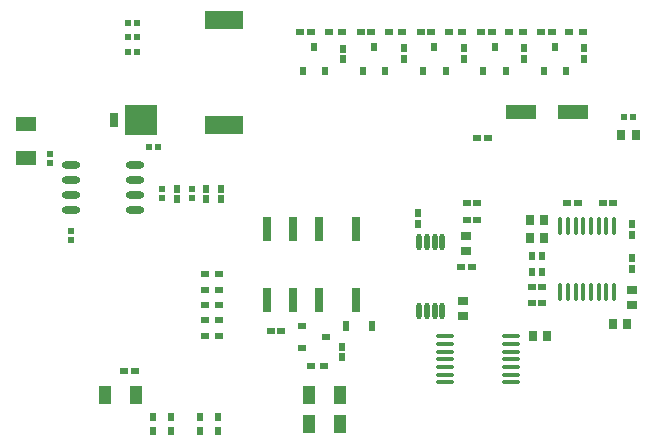
<source format=gtp>
G04*
G04 #@! TF.GenerationSoftware,Altium Limited,Altium Designer,24.1.2 (44)*
G04*
G04 Layer_Color=8421504*
%FSLAX44Y44*%
%MOMM*%
G71*
G04*
G04 #@! TF.SameCoordinates,8940CB7B-32E8-470A-AB05-D825E909EC58*
G04*
G04*
G04 #@! TF.FilePolarity,Positive*
G04*
G01*
G75*
%ADD17R,0.8000X2.0000*%
%ADD18R,0.6000X0.7000*%
%ADD19R,0.7500X0.6000*%
%ADD20R,0.7000X0.6000*%
%ADD21R,2.5000X1.3000*%
%ADD22R,0.6250X0.8300*%
%ADD23R,0.6000X0.6400*%
%ADD24O,1.6000X0.3500*%
%ADD25R,0.9000X0.8000*%
%ADD26R,0.6000X0.7500*%
%ADD27R,0.5500X0.5400*%
%ADD28R,3.2000X1.6000*%
%ADD29R,0.5400X0.5500*%
%ADD30R,1.8000X1.3000*%
%ADD31R,2.6700X2.5400*%
%ADD32R,0.7620X1.2700*%
%ADD33O,1.5500X0.6000*%
%ADD34O,0.4500X1.4000*%
%ADD35R,0.8000X0.9000*%
%ADD36O,0.3500X1.6000*%
%ADD37R,1.0000X1.5500*%
%ADD38R,0.7500X0.8500*%
D17*
X297000Y185000D02*
D03*
X265000D02*
D03*
X243000D02*
D03*
X221000D02*
D03*
Y125000D02*
D03*
X243000D02*
D03*
X265000D02*
D03*
X297000D02*
D03*
D18*
X312000Y339000D02*
D03*
X321500Y319000D02*
D03*
X302500D02*
D03*
X337000Y329500D02*
D03*
Y338500D02*
D03*
X439000Y329500D02*
D03*
Y338500D02*
D03*
X414000Y339000D02*
D03*
X423500Y319000D02*
D03*
X404500D02*
D03*
X286000Y329000D02*
D03*
Y338000D02*
D03*
X261000Y339000D02*
D03*
X270500Y319000D02*
D03*
X251500D02*
D03*
X465000Y339000D02*
D03*
X474500Y319000D02*
D03*
X455500D02*
D03*
X490000Y329500D02*
D03*
Y338500D02*
D03*
X388000Y329500D02*
D03*
Y338500D02*
D03*
X363000Y339000D02*
D03*
X372500Y319000D02*
D03*
X353500D02*
D03*
X349000Y198500D02*
D03*
Y189500D02*
D03*
X182500Y219500D02*
D03*
Y210500D02*
D03*
X170000Y210500D02*
D03*
Y219500D02*
D03*
X145000Y210500D02*
D03*
Y219500D02*
D03*
X530000Y189500D02*
D03*
Y180500D02*
D03*
Y151500D02*
D03*
Y160500D02*
D03*
X285000Y76500D02*
D03*
Y85500D02*
D03*
D19*
X269750Y69000D02*
D03*
X258250D02*
D03*
X426250Y352000D02*
D03*
X437750D02*
D03*
X324250D02*
D03*
X335750D02*
D03*
X273500D02*
D03*
X285000D02*
D03*
X488750D02*
D03*
X477250D02*
D03*
X375250D02*
D03*
X386750D02*
D03*
X169250Y108000D02*
D03*
X180750D02*
D03*
X169250Y134000D02*
D03*
X180750D02*
D03*
X169250Y147000D02*
D03*
X180750D02*
D03*
Y95000D02*
D03*
X169250D02*
D03*
X180750Y121000D02*
D03*
X169250D02*
D03*
D20*
X402500Y352000D02*
D03*
X411500D02*
D03*
X300500D02*
D03*
X309500D02*
D03*
X258500D02*
D03*
X249500D02*
D03*
X271000Y94000D02*
D03*
X251000Y84500D02*
D03*
Y103500D02*
D03*
X233500Y99000D02*
D03*
X224500D02*
D03*
X453500Y352000D02*
D03*
X462500D02*
D03*
X351500D02*
D03*
X360500D02*
D03*
X445500Y136000D02*
D03*
X454500D02*
D03*
X445500Y123000D02*
D03*
X454500D02*
D03*
X390500Y192500D02*
D03*
X399500D02*
D03*
X394500Y153000D02*
D03*
X385500D02*
D03*
X399500Y207500D02*
D03*
X390500D02*
D03*
X399500Y262000D02*
D03*
X408500D02*
D03*
X475500Y207500D02*
D03*
X484500D02*
D03*
X514500D02*
D03*
X505500D02*
D03*
X100500Y65000D02*
D03*
X109500D02*
D03*
D21*
X436000Y284000D02*
D03*
X480000D02*
D03*
D22*
X310125Y103000D02*
D03*
X287875D02*
D03*
D23*
X445600Y149000D02*
D03*
X454400D02*
D03*
X445600Y162500D02*
D03*
X454400D02*
D03*
D24*
X372004Y94500D02*
D03*
Y88000D02*
D03*
Y81500D02*
D03*
Y75000D02*
D03*
Y68500D02*
D03*
Y62000D02*
D03*
Y55500D02*
D03*
X428004Y94500D02*
D03*
Y88000D02*
D03*
Y81500D02*
D03*
Y75000D02*
D03*
Y68500D02*
D03*
Y62000D02*
D03*
Y55500D02*
D03*
D25*
X387000Y124250D02*
D03*
Y111750D02*
D03*
X390000Y166750D02*
D03*
Y179250D02*
D03*
X530000Y133750D02*
D03*
Y121250D02*
D03*
D26*
X125000Y14250D02*
D03*
Y25750D02*
D03*
X180000Y14250D02*
D03*
Y25750D02*
D03*
X140000Y14250D02*
D03*
Y25750D02*
D03*
X165000Y14250D02*
D03*
Y25750D02*
D03*
D27*
X111400Y360000D02*
D03*
X103600D02*
D03*
X111400Y347500D02*
D03*
X103600D02*
D03*
X111400Y335000D02*
D03*
X103600D02*
D03*
X128900Y255000D02*
D03*
X121100D02*
D03*
X523600Y280000D02*
D03*
X531400D02*
D03*
D28*
X185000Y362000D02*
D03*
Y273000D02*
D03*
D29*
X157500Y211100D02*
D03*
Y218900D02*
D03*
X132500Y218900D02*
D03*
Y211100D02*
D03*
X37500Y241100D02*
D03*
Y248900D02*
D03*
X55000Y183900D02*
D03*
Y176100D02*
D03*
D30*
X17500Y274500D02*
D03*
Y245500D02*
D03*
D31*
X115000Y277500D02*
D03*
D32*
X91490D02*
D03*
D33*
X109500Y239050D02*
D03*
Y226350D02*
D03*
Y213650D02*
D03*
Y200950D02*
D03*
X55500D02*
D03*
Y213650D02*
D03*
Y226350D02*
D03*
Y239050D02*
D03*
D34*
X350250Y115500D02*
D03*
X356750D02*
D03*
X363250D02*
D03*
X369750D02*
D03*
X350250Y174500D02*
D03*
X356750D02*
D03*
X363250D02*
D03*
X369750D02*
D03*
D35*
X533750Y265000D02*
D03*
X521250D02*
D03*
X456250Y192500D02*
D03*
X443750D02*
D03*
X458750Y95000D02*
D03*
X446250D02*
D03*
D36*
X515250Y188000D02*
D03*
X508750D02*
D03*
X502250D02*
D03*
X495750D02*
D03*
X489250D02*
D03*
X482750D02*
D03*
X476250D02*
D03*
X469750D02*
D03*
X515250Y132000D02*
D03*
X508750D02*
D03*
X502250D02*
D03*
X495750D02*
D03*
X489250D02*
D03*
X482750D02*
D03*
X476250D02*
D03*
X469750D02*
D03*
D37*
X283000Y20000D02*
D03*
X257000D02*
D03*
X110500Y45000D02*
D03*
X84500D02*
D03*
X257000D02*
D03*
X283000D02*
D03*
D38*
X514000Y105000D02*
D03*
X526000D02*
D03*
X444000Y177500D02*
D03*
X456000D02*
D03*
M02*

</source>
